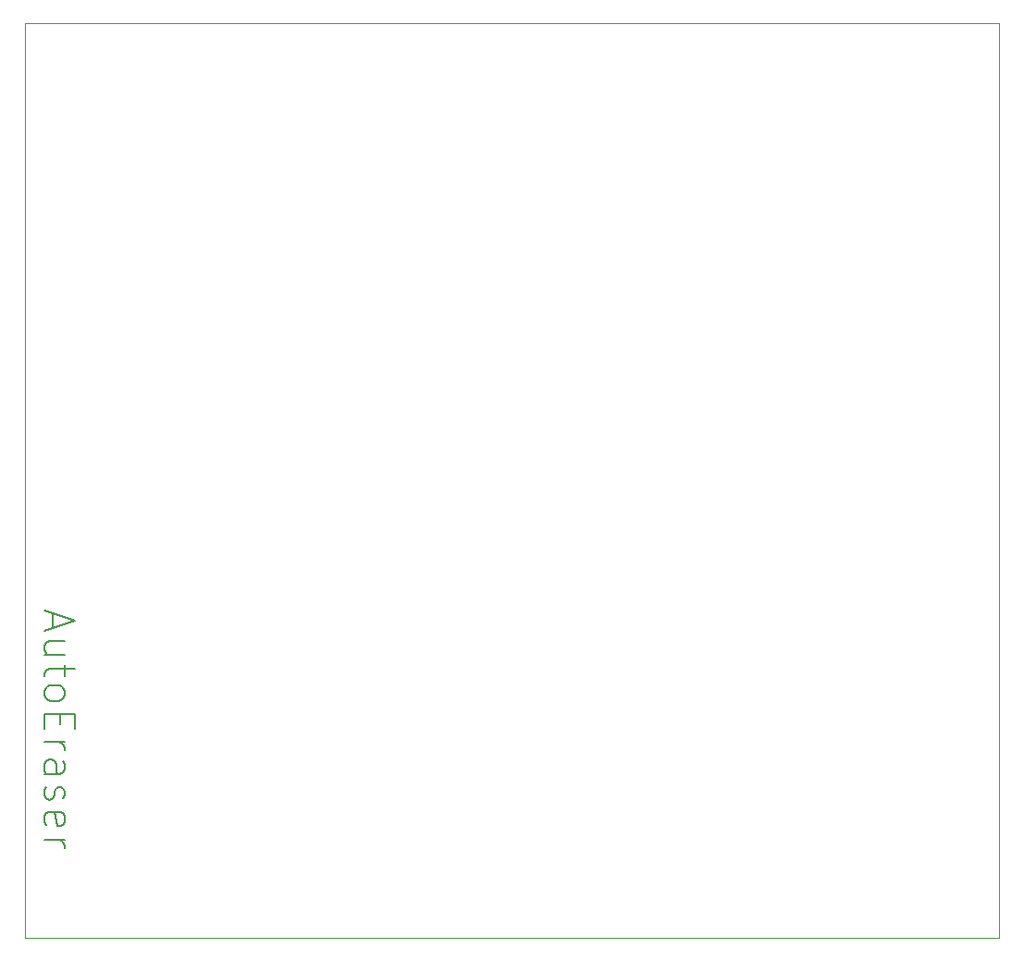
<source format=gbr>
%TF.GenerationSoftware,KiCad,Pcbnew,(6.0.6-0)*%
%TF.CreationDate,2022-11-07T15:44:05+09:00*%
%TF.ProjectId,WB,57422e6b-6963-4616-945f-706362585858,rev?*%
%TF.SameCoordinates,Original*%
%TF.FileFunction,Profile,NP*%
%FSLAX46Y46*%
G04 Gerber Fmt 4.6, Leading zero omitted, Abs format (unit mm)*
G04 Created by KiCad (PCBNEW (6.0.6-0)) date 2022-11-07 15:44:05*
%MOMM*%
%LPD*%
G01*
G04 APERTURE LIST*
%TA.AperFunction,Profile*%
%ADD10C,0.100000*%
%TD*%
%ADD11C,0.150000*%
G04 APERTURE END LIST*
D10*
X238887000Y-106299000D02*
X149733000Y-106299000D01*
X149733000Y-106299000D02*
X149733000Y-22606000D01*
X149733000Y-22606000D02*
X238887000Y-22606000D01*
X238887000Y-22606000D02*
X238887000Y-106299000D01*
D11*
X152314333Y-76649000D02*
X152314333Y-77982333D01*
X151514333Y-76382333D02*
X154314333Y-77315666D01*
X151514333Y-78249000D01*
X153381000Y-80382333D02*
X151514333Y-80382333D01*
X153381000Y-79182333D02*
X151914333Y-79182333D01*
X151647666Y-79315666D01*
X151514333Y-79582333D01*
X151514333Y-79982333D01*
X151647666Y-80249000D01*
X151781000Y-80382333D01*
X153381000Y-81315666D02*
X153381000Y-82382333D01*
X154314333Y-81715666D02*
X151914333Y-81715666D01*
X151647666Y-81849000D01*
X151514333Y-82115666D01*
X151514333Y-82382333D01*
X151514333Y-83715666D02*
X151647666Y-83449000D01*
X151781000Y-83315666D01*
X152047666Y-83182333D01*
X152847666Y-83182333D01*
X153114333Y-83315666D01*
X153247666Y-83449000D01*
X153381000Y-83715666D01*
X153381000Y-84115666D01*
X153247666Y-84382333D01*
X153114333Y-84515666D01*
X152847666Y-84649000D01*
X152047666Y-84649000D01*
X151781000Y-84515666D01*
X151647666Y-84382333D01*
X151514333Y-84115666D01*
X151514333Y-83715666D01*
X152981000Y-85849000D02*
X152981000Y-86782333D01*
X151514333Y-87182333D02*
X151514333Y-85849000D01*
X154314333Y-85849000D01*
X154314333Y-87182333D01*
X151514333Y-88382333D02*
X153381000Y-88382333D01*
X152847666Y-88382333D02*
X153114333Y-88515666D01*
X153247666Y-88649000D01*
X153381000Y-88915666D01*
X153381000Y-89182333D01*
X151514333Y-91315666D02*
X152981000Y-91315666D01*
X153247666Y-91182333D01*
X153381000Y-90915666D01*
X153381000Y-90382333D01*
X153247666Y-90115666D01*
X151647666Y-91315666D02*
X151514333Y-91049000D01*
X151514333Y-90382333D01*
X151647666Y-90115666D01*
X151914333Y-89982333D01*
X152181000Y-89982333D01*
X152447666Y-90115666D01*
X152581000Y-90382333D01*
X152581000Y-91049000D01*
X152714333Y-91315666D01*
X151647666Y-92515666D02*
X151514333Y-92782333D01*
X151514333Y-93315666D01*
X151647666Y-93582333D01*
X151914333Y-93715666D01*
X152047666Y-93715666D01*
X152314333Y-93582333D01*
X152447666Y-93315666D01*
X152447666Y-92915666D01*
X152581000Y-92649000D01*
X152847666Y-92515666D01*
X152981000Y-92515666D01*
X153247666Y-92649000D01*
X153381000Y-92915666D01*
X153381000Y-93315666D01*
X153247666Y-93582333D01*
X151647666Y-95982333D02*
X151514333Y-95715666D01*
X151514333Y-95182333D01*
X151647666Y-94915666D01*
X151914333Y-94782333D01*
X152981000Y-94782333D01*
X153247666Y-94915666D01*
X153381000Y-95182333D01*
X153381000Y-95715666D01*
X153247666Y-95982333D01*
X152981000Y-96115666D01*
X152714333Y-96115666D01*
X152447666Y-94782333D01*
X151514333Y-97315666D02*
X153381000Y-97315666D01*
X152847666Y-97315666D02*
X153114333Y-97449000D01*
X153247666Y-97582333D01*
X153381000Y-97849000D01*
X153381000Y-98115666D01*
M02*

</source>
